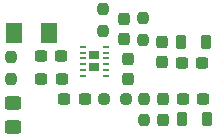
<source format=gbr>
%TF.GenerationSoftware,KiCad,Pcbnew,9.0.0*%
%TF.CreationDate,2025-04-24T23:50:50+03:00*%
%TF.ProjectId,Analog,416e616c-6f67-42e6-9b69-6361645f7063,rev?*%
%TF.SameCoordinates,Original*%
%TF.FileFunction,Paste,Top*%
%TF.FilePolarity,Positive*%
%FSLAX46Y46*%
G04 Gerber Fmt 4.6, Leading zero omitted, Abs format (unit mm)*
G04 Created by KiCad (PCBNEW 9.0.0) date 2025-04-24 23:50:50*
%MOMM*%
%LPD*%
G01*
G04 APERTURE LIST*
G04 Aperture macros list*
%AMRoundRect*
0 Rectangle with rounded corners*
0 $1 Rounding radius*
0 $2 $3 $4 $5 $6 $7 $8 $9 X,Y pos of 4 corners*
0 Add a 4 corners polygon primitive as box body*
4,1,4,$2,$3,$4,$5,$6,$7,$8,$9,$2,$3,0*
0 Add four circle primitives for the rounded corners*
1,1,$1+$1,$2,$3*
1,1,$1+$1,$4,$5*
1,1,$1+$1,$6,$7*
1,1,$1+$1,$8,$9*
0 Add four rect primitives between the rounded corners*
20,1,$1+$1,$2,$3,$4,$5,0*
20,1,$1+$1,$4,$5,$6,$7,0*
20,1,$1+$1,$6,$7,$8,$9,0*
20,1,$1+$1,$8,$9,$2,$3,0*%
G04 Aperture macros list end*
%ADD10RoundRect,0.218750X-0.218750X-0.381250X0.218750X-0.381250X0.218750X0.381250X-0.218750X0.381250X0*%
%ADD11RoundRect,0.237500X-0.237500X0.250000X-0.237500X-0.250000X0.237500X-0.250000X0.237500X0.250000X0*%
%ADD12RoundRect,0.250000X0.450000X-0.325000X0.450000X0.325000X-0.450000X0.325000X-0.450000X-0.325000X0*%
%ADD13RoundRect,0.237500X-0.237500X0.300000X-0.237500X-0.300000X0.237500X-0.300000X0.237500X0.300000X0*%
%ADD14RoundRect,0.237500X0.237500X-0.250000X0.237500X0.250000X-0.237500X0.250000X-0.237500X-0.250000X0*%
%ADD15RoundRect,0.237500X0.300000X0.237500X-0.300000X0.237500X-0.300000X-0.237500X0.300000X-0.237500X0*%
%ADD16RoundRect,0.237500X-0.300000X-0.237500X0.300000X-0.237500X0.300000X0.237500X-0.300000X0.237500X0*%
%ADD17RoundRect,0.237500X0.250000X0.237500X-0.250000X0.237500X-0.250000X-0.237500X0.250000X-0.237500X0*%
%ADD18RoundRect,0.250001X0.462499X0.624999X-0.462499X0.624999X-0.462499X-0.624999X0.462499X-0.624999X0*%
%ADD19RoundRect,0.237500X0.237500X-0.300000X0.237500X0.300000X-0.237500X0.300000X-0.237500X-0.300000X0*%
%ADD20R,0.950000X0.800000*%
%ADD21RoundRect,0.062500X-0.187500X-0.062500X0.187500X-0.062500X0.187500X0.062500X-0.187500X0.062500X0*%
G04 APERTURE END LIST*
D10*
%TO.C,L2*%
X151693100Y-108407200D03*
X153818100Y-108407200D03*
%TD*%
D11*
%TO.C,R3*%
X148488400Y-106656500D03*
X148488400Y-108481500D03*
%TD*%
D12*
%TO.C,D1*%
X137439400Y-109051200D03*
X137439400Y-107001200D03*
%TD*%
D13*
%TO.C,C2*%
X147116800Y-103277500D03*
X147116800Y-105002500D03*
%TD*%
D14*
%TO.C,R1*%
X148412200Y-101674300D03*
X148412200Y-99849300D03*
%TD*%
D15*
%TO.C,C7*%
X153440300Y-103632000D03*
X151715300Y-103632000D03*
%TD*%
D11*
%TO.C,RLd*%
X137261600Y-103151300D03*
X137261600Y-104976300D03*
%TD*%
D16*
%TO.C,C5*%
X141758500Y-106654600D03*
X143483500Y-106654600D03*
%TD*%
D15*
%TO.C,C3*%
X141526600Y-105003600D03*
X139801600Y-105003600D03*
%TD*%
%TO.C,C9*%
X153516500Y-106654600D03*
X151791500Y-106654600D03*
%TD*%
D11*
%TO.C,R2*%
X145034000Y-99061900D03*
X145034000Y-100886900D03*
%TD*%
D15*
%TO.C,C1*%
X141502300Y-103022400D03*
X139777300Y-103022400D03*
%TD*%
D17*
%TO.C,R4*%
X146962500Y-106654600D03*
X145137500Y-106654600D03*
%TD*%
D18*
%TO.C,F1*%
X140476300Y-101117400D03*
X137501300Y-101117400D03*
%TD*%
D10*
%TO.C,L1*%
X151591500Y-101854000D03*
X153716500Y-101854000D03*
%TD*%
D19*
%TO.C,C8*%
X150063200Y-108431500D03*
X150063200Y-106706500D03*
%TD*%
D20*
%TO.C,U1*%
X144284350Y-103001000D03*
X144284350Y-104001000D03*
D21*
X143334350Y-102251000D03*
X143334350Y-102751000D03*
X143334350Y-103251000D03*
X143334350Y-103751000D03*
X143334350Y-104251000D03*
X143334350Y-104751000D03*
X145234350Y-104751000D03*
X145234350Y-104251000D03*
X145234350Y-103751000D03*
X145234350Y-103251000D03*
X145234350Y-102751000D03*
X145234350Y-102251000D03*
%TD*%
D13*
%TO.C,C6*%
X150012400Y-101855100D03*
X150012400Y-103580100D03*
%TD*%
%TO.C,C4*%
X146837400Y-99899300D03*
X146837400Y-101624300D03*
%TD*%
M02*

</source>
